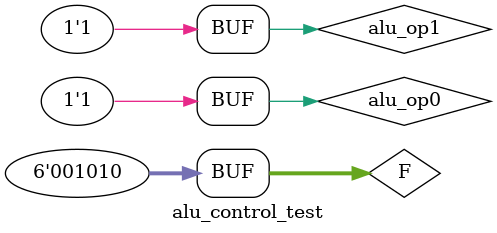
<source format=v>
`timescale 1ns / 1ps


module alu_control_test;

	// Inputs
	reg alu_op0;
	reg alu_op1;
	reg [5:0] F;

	// Outputs
	wire [2:0] op;

	// Instantiate the Unit Under Test (UUT)
	alu_control uut (
		.alu_op0(alu_op0), 
		.alu_op1(alu_op1), 
		.F(F), 
		.op(op)
	);

	initial begin
		// Initialize Inputs
		alu_op0 = 0;
		alu_op1 = 0;
		F = 0;

		// Wait 100 ns for global reset to finish
		#100;
		F = 6'b000000;
		alu_op0 = 0;
		alu_op1 = 0;
		#100;
		alu_op0 = 1;
		#100;
		alu_op1 = 1;
		#1000;
		F = 6'b000000;
		#1000;
		F = 6'b000010;
		#1000;
		F = 6'b000100;
		#1000;
		F = 6'b000101;
		#1000;
		F = 6'b001010;
        
		// Add stimulus here

	end
      
endmodule


</source>
